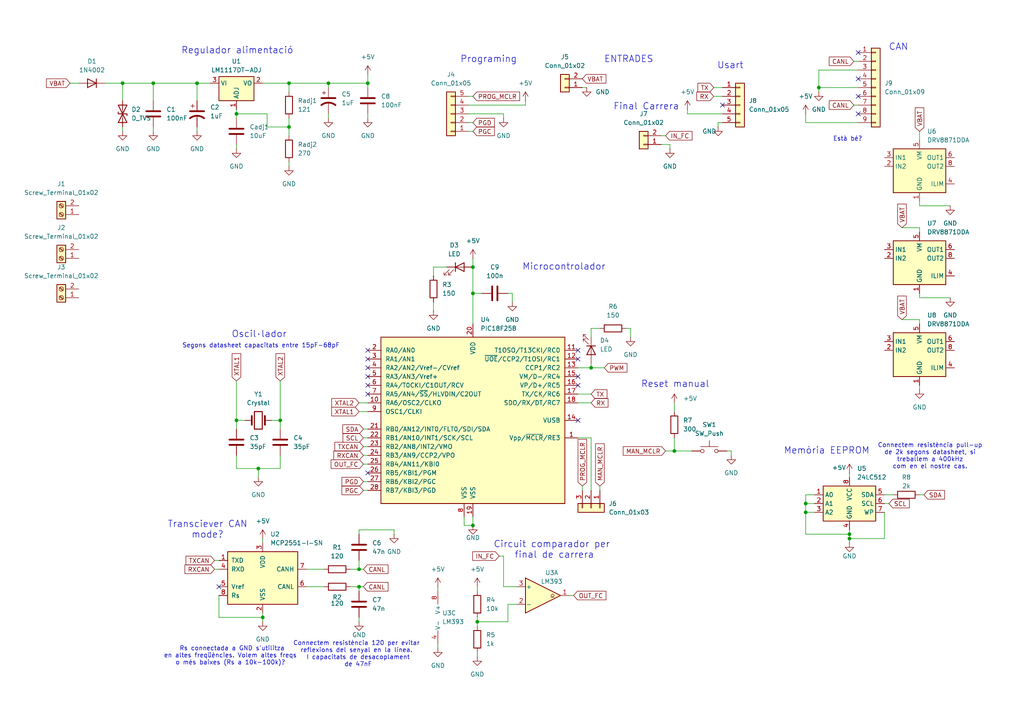
<source format=kicad_sch>
(kicad_sch (version 20231120) (generator "eeschema") (generator_version "8.0")
  (paper "A4")
  (lib_symbols
    (symbol "Comparator:LM393" (pin_names (offset 0.127))
      (property "Reference" "U" (at 3.81 3.81 0))
      (property "Value" "LM393" (at 6.35 -3.81 0))
      (symbol "LM393_1_1"
        (pin open_collector line (at 7.62 0 180) (length 2.54) (name "~") (number "1"))
        (pin input line (at -7.62 -2.54 0) (length 2.54) (name "-") (number "2"))
        (pin input line (at -7.62 2.54 0) (length 2.54) (name "+") (number "3"))
      )
      (symbol "LM393_2_1"
        (pin input line (at -7.62 2.54 0) (length 2.54) (name "+") (number "5"))
        (pin input line (at -7.62 -2.54 0) (length 2.54) (name "-") (number "6"))
        (pin open_collector line (at 7.62 0 180) (length 2.54) (name "~") (number "7"))
      )
      (symbol "LM393_3_1"
        (pin power_in line (at -2.54 -7.62 90) (length 3.81) (name "V-") (number "4"))
        (pin power_in line (at -2.54 7.62 270) (length 3.81) (name "V+") (number "8"))
      )
    )
    (symbol "Connector:Screw_Terminal_01x02" (pin_names (offset 1.016) hide)
      (property "Reference" "J" (at 0 2.54 0))
      (property "Value" "Screw_Terminal_01x02" (at 0 -5.08 0))
      (symbol "Screw_Terminal_01x02_1_1"
        (pin passive line (at -5.08 0 0) (length 3.81) (name "Pin_1") (number "1"))
        (pin passive line (at -5.08 -2.54 0) (length 3.81) (name "Pin_2") (number "2"))
      )
    )
    (symbol "Connector_Generic:Conn_01x02" (pin_names (offset 1.016) hide)
      (property "Reference" "J" (at 0 2.54 0))
      (property "Value" "Conn_01x02" (at 0 -5.08 0))
      (symbol "Conn_01x02_1_1"
        (pin passive line (at -5.08 0 0) (length 3.81) (name "Pin_1") (number "1"))
        (pin passive line (at -5.08 -2.54 0) (length 3.81) (name "Pin_2") (number "2"))
      )
    )
    (symbol "Connector_Generic:Conn_01x03" (pin_names (offset 1.016) hide)
      (property "Reference" "J" (at 0 5.08 0))
      (property "Value" "Conn_01x03" (at 0 -5.08 0))
      (symbol "Conn_01x03_1_1"
        (pin passive line (at -5.08 2.54 0) (length 3.81) (name "Pin_1") (number "1"))
        (pin passive line (at -5.08 0 0) (length 3.81) (name "Pin_2") (number "2"))
        (pin passive line (at -5.08 -2.54 0) (length 3.81) (name "Pin_3") (number "3"))
      )
    )
    (symbol "Connector_Generic:Conn_01x05" (pin_names (offset 1.016) hide)
      (property "Reference" "J" (at 0 7.62 0))
      (property "Value" "Conn_01x05" (at 0 -7.62 0))
      (symbol "Conn_01x05_1_1"
        (pin passive line (at -5.08 5.08 0) (length 3.81) (name "Pin_1") (number "1"))
        (pin passive line (at -5.08 2.54 0) (length 3.81) (name "Pin_2") (number "2"))
        (pin passive line (at -5.08 0 0) (length 3.81) (name "Pin_3") (number "3"))
        (pin passive line (at -5.08 -2.54 0) (length 3.81) (name "Pin_4") (number "4"))
        (pin passive line (at -5.08 -5.08 0) (length 3.81) (name "Pin_5") (number "5"))
      )
    )
    (symbol "Connector_Generic:Conn_01x09" (pin_names (offset 1.016) hide)
      (property "Reference" "J" (at 0 12.7 0))
      (property "Value" "Conn_01x09" (at 0 -12.7 0))
      (symbol "Conn_01x09_1_1"
        (pin passive line (at -5.08 10.16 0) (length 3.81) (name "Pin_1") (number "1"))
        (pin passive line (at -5.08 7.62 0) (length 3.81) (name "Pin_2") (number "2"))
        (pin passive line (at -5.08 5.08 0) (length 3.81) (name "Pin_3") (number "3"))
        (pin passive line (at -5.08 2.54 0) (length 3.81) (name "Pin_4") (number "4"))
        (pin passive line (at -5.08 0 0) (length 3.81) (name "Pin_5") (number "5"))
        (pin passive line (at -5.08 -2.54 0) (length 3.81) (name "Pin_6") (number "6"))
        (pin passive line (at -5.08 -5.08 0) (length 3.81) (name "Pin_7") (number "7"))
        (pin passive line (at -5.08 -7.62 0) (length 3.81) (name "Pin_8") (number "8"))
        (pin passive line (at -5.08 -10.16 0) (length 3.81) (name "Pin_9") (number "9"))
      )
    )
    (symbol "Device:C" (pin_numbers hide) (pin_names (offset 0.254))
      (property "Reference" "C" (at 0.635 2.54 0))
      (property "Value" "C" (at 0.635 -2.54 0))
      (symbol "C_1_1"
        (pin passive line (at 0 3.81 270) (length 2.794) (name "~") (number "1"))
        (pin passive line (at 0 -3.81 90) (length 2.794) (name "~") (number "2"))
      )
    )
    (symbol "Device:C_Polarized_US" (pin_numbers hide) (pin_names (offset 0.254) hide)
      (property "Reference" "C" (at 0.635 2.54 0))
      (property "Value" "C_Polarized_US" (at 0.635 -2.54 0))
      (symbol "C_Polarized_US_1_1"
        (pin passive line (at 0 3.81 270) (length 2.794) (name "~") (number "1"))
        (pin passive line (at 0 -3.81 90) (length 3.302) (name "~") (number "2"))
      )
    )
    (symbol "Device:Crystal" (pin_numbers hide) (pin_names (offset 1.016) hide)
      (property "Reference" "Y" (at 0 3.81 0))
      (property "Value" "Crystal" (at 0 -3.81 0))
      (symbol "Crystal_1_1"
        (pin passive line (at -3.81 0 0) (length 1.27) (name "1") (number "1"))
        (pin passive line (at 3.81 0 180) (length 1.27) (name "2") (number "2"))
      )
    )
    (symbol "Device:D_TVS" (pin_numbers hide) (pin_names (offset 1.016) hide)
      (property "Reference" "D" (at 0 2.54 0))
      (property "Value" "D_TVS" (at 0 -2.54 0))
      (symbol "D_TVS_1_1"
        (pin passive line (at -3.81 0 0) (length 2.54) (name "A1") (number "1"))
        (pin passive line (at 3.81 0 180) (length 2.54) (name "A2") (number "2"))
      )
    )
    (symbol "Device:LED" (pin_numbers hide) (pin_names (offset 1.016) hide)
      (property "Reference" "D" (at 0 2.54 0))
      (property "Value" "LED" (at 0 -2.54 0))
      (symbol "LED_1_1"
        (pin passive line (at -3.81 0 0) (length 2.54) (name "K") (number "1"))
        (pin passive line (at 3.81 0 180) (length 2.54) (name "A") (number "2"))
      )
    )
    (symbol "Device:R" (pin_numbers hide) (pin_names (offset 0))
      (property "Reference" "R" (at 2.032 0 90))
      (property "Value" "R" (at 0 0 90))
      (symbol "R_1_1"
        (pin passive line (at 0 3.81 270) (length 1.27) (name "~") (number "1"))
        (pin passive line (at 0 -3.81 90) (length 1.27) (name "~") (number "2"))
      )
    )
    (symbol "Diode:1N4002" (pin_numbers hide) (pin_names hide)
      (property "Reference" "D" (at 0 2.54 0))
      (property "Value" "1N4002" (at 0 -2.54 0))
      (symbol "1N4002_1_1"
        (pin passive line (at -3.81 0 0) (length 2.54) (name "K") (number "1"))
        (pin passive line (at 3.81 0 180) (length 2.54) (name "A") (number "2"))
      )
    )
    (symbol "Driver_Motor:DRV8871DDA"
      (property "Reference" "U" (at -6.35 6.35 0))
      (property "Value" "DRV8871DDA" (at 8.89 6.35 0))
      (symbol "DRV8871DDA_1_1"
        (pin power_in line (at 0 -10.16 90) (length 2.54) (name "GND") (number "1"))
        (pin input line (at -10.16 0 0) (length 2.54) (name "IN2") (number "2"))
        (pin input line (at -10.16 2.54 0) (length 2.54) (name "IN1") (number "3"))
        (pin passive line (at 10.16 -5.08 180) (length 2.54) (name "ILIM") (number "4"))
        (pin power_in line (at 0 7.62 270) (length 2.54) (name "VM") (number "5"))
        (pin output line (at 10.16 2.54 180) (length 2.54) (name "OUT1") (number "6"))
        (pin passive line (at 0 -10.16 90) (length 2.54) hide (name "GND") (number "7"))
        (pin output line (at 10.16 0 180) (length 2.54) (name "OUT2") (number "8"))
        (pin passive line (at 0 -10.16 90) (length 2.54) hide (name "GND") (number "9"))
      )
    )
    (symbol "Interface_CAN_LIN:MCP2551-I-SN" (pin_names (offset 1.016))
      (property "Reference" "U" (at -10.16 8.89 0))
      (property "Value" "MCP2551-I-SN" (at 2.54 8.89 0))
      (symbol "MCP2551-I-SN_1_1"
        (pin input line (at -12.7 5.08 0) (length 2.54) (name "TXD") (number "1"))
        (pin power_in line (at 0 -10.16 90) (length 2.54) (name "VSS") (number "2"))
        (pin power_in line (at 0 10.16 270) (length 2.54) (name "VDD") (number "3"))
        (pin output line (at -12.7 2.54 0) (length 2.54) (name "RXD") (number "4"))
        (pin power_out line (at -12.7 -2.54 0) (length 2.54) (name "Vref") (number "5"))
        (pin bidirectional line (at 12.7 -2.54 180) (length 2.54) (name "CANL") (number "6"))
        (pin bidirectional line (at 12.7 2.54 180) (length 2.54) (name "CANH") (number "7"))
        (pin input line (at -12.7 -5.08 0) (length 2.54) (name "Rs") (number "8"))
      )
    )
    (symbol "MCU_Microchip_PIC18:PIC18F2550-ISO" (pin_names (offset 1.27))
      (property "Reference" "U" (at -25.4 25.4 0))
      (property "Value" "PIC18F2550-ISO" (at 16.51 -25.4 0))
      (symbol "PIC18F2550-ISO_1_1"
        (pin input line (at 30.48 -5.08 180) (length 3.81) (name "Vpp/~{MCLR}/RE3") (number "1"))
        (pin output line (at -30.48 5.08 0) (length 3.81) (name "RA6/OSC2/CLKO") (number "10"))
        (pin bidirectional line (at 30.48 20.32 180) (length 3.81) (name "T1OSO/T13CKI/RC0") (number "11"))
        (pin bidirectional line (at 30.48 17.78 180) (length 3.81) (name "~{UOE}/CCP2/T1OSI/RC1") (number "12"))
        (pin bidirectional line (at 30.48 15.24 180) (length 3.81) (name "CCP1/RC2") (number "13"))
        (pin bidirectional line (at 30.48 0 180) (length 3.81) (name "VUSB") (number "14"))
        (pin bidirectional line (at 30.48 12.7 180) (length 3.81) (name "VM/D-/RC4") (number "15"))
        (pin bidirectional line (at 30.48 10.16 180) (length 3.81) (name "VP/D+/RC5") (number "16"))
        (pin bidirectional line (at 30.48 7.62 180) (length 3.81) (name "TX/CK/RC6") (number "17"))
        (pin bidirectional line (at 30.48 5.08 180) (length 3.81) (name "SDO/RX/DT/RC7") (number "18"))
        (pin power_in line (at 0 -27.94 90) (length 3.81) (name "VSS") (number "19"))
        (pin bidirectional line (at -30.48 20.32 0) (length 3.81) (name "RA0/AN0") (number "2"))
        (pin power_in line (at 0 27.94 270) (length 3.81) (name "VDD") (number "20"))
        (pin bidirectional line (at -30.48 -2.54 0) (length 3.81) (name "RB0/AN12/INT0/FLT0/SDI/SDA") (number "21"))
        (pin bidirectional line (at -30.48 -5.08 0) (length 3.81) (name "RB1/AN10/INT1/SCK/SCL") (number "22"))
        (pin bidirectional line (at -30.48 -7.62 0) (length 3.81) (name "RB2/AN8/INT2/VMO") (number "23"))
        (pin bidirectional line (at -30.48 -10.16 0) (length 3.81) (name "RB3/AN9/CCP2/VPO") (number "24"))
        (pin bidirectional line (at -30.48 -12.7 0) (length 3.81) (name "RB4/AN11/KBI0") (number "25"))
        (pin bidirectional line (at -30.48 -15.24 0) (length 3.81) (name "RB5/KBI1/PGM") (number "26"))
        (pin bidirectional line (at -30.48 -17.78 0) (length 3.81) (name "RB6/KBI2/PGC") (number "27"))
        (pin bidirectional line (at -30.48 -20.32 0) (length 3.81) (name "RB7/KBI3/PGD") (number "28"))
        (pin bidirectional line (at -30.48 17.78 0) (length 3.81) (name "RA1/AN1") (number "3"))
        (pin bidirectional line (at -30.48 15.24 0) (length 3.81) (name "RA2/AN2/Vref-/CVref") (number "4"))
        (pin bidirectional line (at -30.48 12.7 0) (length 3.81) (name "RA3/AN3/Vref+") (number "5"))
        (pin bidirectional line (at -30.48 10.16 0) (length 3.81) (name "RA4/T0CKI/C1OUT/RCV") (number "6"))
        (pin bidirectional line (at -30.48 7.62 0) (length 3.81) (name "RA5/AN4/~{SS}/HLVDIN/C2OUT") (number "7"))
        (pin power_in line (at -2.54 -27.94 90) (length 3.81) (name "VSS") (number "8"))
        (pin input line (at -30.48 2.54 0) (length 3.81) (name "OSC1/CLKI") (number "9"))
      )
    )
    (symbol "Memory_EEPROM:24LC512"
      (property "Reference" "U" (at -6.35 6.35 0))
      (property "Value" "24LC512" (at 1.27 6.35 0))
      (symbol "24LC512_1_1"
        (pin input line (at -10.16 2.54 0) (length 2.54) (name "A0") (number "1"))
        (pin input line (at -10.16 0 0) (length 2.54) (name "A1") (number "2"))
        (pin input line (at -10.16 -2.54 0) (length 2.54) (name "A2") (number "3"))
        (pin power_in line (at 0 -7.62 90) (length 2.54) (name "GND") (number "4"))
        (pin bidirectional line (at 10.16 2.54 180) (length 2.54) (name "SDA") (number "5"))
        (pin input line (at 10.16 0 180) (length 2.54) (name "SCL") (number "6"))
        (pin input line (at 10.16 -2.54 180) (length 2.54) (name "WP") (number "7"))
        (pin power_in line (at 0 7.62 270) (length 2.54) (name "VCC") (number "8"))
      )
    )
    (symbol "Regulator_Linear:LM1117DT-ADJ"
      (property "Reference" "U" (at -3.81 3.175 0))
      (property "Value" "LM1117DT-ADJ" (at 0 3.175 0))
      (symbol "LM1117DT-ADJ_1_1"
        (pin input line (at 0 -7.62 90) (length 2.54) (name "ADJ") (number "1"))
        (pin power_out line (at 7.62 0 180) (length 2.54) (name "VO") (number "2"))
        (pin power_in line (at -7.62 0 0) (length 2.54) (name "VI") (number "3"))
      )
    )
    (symbol "Switch:SW_Push" (pin_numbers hide) (pin_names (offset 1.016) hide)
      (property "Reference" "SW" (at 1.27 2.54 0))
      (property "Value" "SW_Push" (at 0 -1.524 0))
      (symbol "SW_Push_0_1"
        (pin passive line (at -5.08 0 0) (length 2.54) (name "1") (number "1"))
        (pin passive line (at 5.08 0 180) (length 2.54) (name "2") (number "2"))
      )
    )
    (symbol "power:+5V" (power) (pin_numbers hide) (pin_names (offset 0) hide)
      (property "Value" "+5V" (at 0 3.556 0))
      (symbol "+5V_1_1"
        (pin power_in line (at 0 0 90) (length 0) (name "~") (number "1"))
      )
    )
    (symbol "power:GND" (power) (pin_numbers hide) (pin_names (offset 0) hide)
      (property "Value" "GND" (at 0 -3.81 0))
      (symbol "GND_1_1"
        (pin power_in line (at 0 0 270) (length 0) (name "~") (number "1"))
      )
    )
  )
  (junction (at 237.49 25.4))
  (junction (at 106.68 24.13))
  (junction (at 83.82 36.83))
  (junction (at 57.15 24.13))
  (junction (at 246.38 154.94))
  (junction (at 137.16 152.4))
  (junction (at 104.14 165.1))
  (junction (at 95.25 24.13))
  (junction (at 195.58 130.81))
  (junction (at 137.16 77.47))
  (junction (at 76.2 179.07))
  (junction (at 35.56 24.13))
  (junction (at 74.93 135.89))
  (junction (at 246.38 156.21))
  (junction (at 137.16 85.09))
  (junction (at 104.14 170.18))
  (junction (at 68.58 33.02))
  (junction (at 138.43 180.34))
  (junction (at 233.68 148.59))
  (junction (at 171.45 106.68))
  (junction (at 68.58 121.92))
  (junction (at 44.45 24.13))
  (junction (at 233.68 146.05))
  (junction (at 83.82 24.13))
  (junction (at 81.28 121.92))
  (no_connect (at 106.68 114.3))
  (no_connect (at 106.68 106.68))
  (no_connect (at 248.92 33.02))
  (no_connect (at 167.64 101.6))
  (no_connect (at 248.92 22.86))
  (no_connect (at 106.68 101.6))
  (no_connect (at 209.55 30.48))
  (no_connect (at 167.64 121.92))
  (no_connect (at 63.5 170.18))
  (no_connect (at 106.68 111.76))
  (no_connect (at 248.92 15.24))
  (no_connect (at 167.64 111.76))
  (no_connect (at 106.68 137.16))
  (no_connect (at 106.68 109.22))
  (no_connect (at 167.64 109.22))
  (no_connect (at 167.64 104.14))
  (no_connect (at 248.92 27.94))
  (no_connect (at 106.68 104.14))
  (wire (pts (xy 68.58 110.49) (xy 68.58 121.92)))
  (wire (pts (xy 266.7 38.1) (xy 266.7 40.64)))
  (wire (pts (xy 62.23 165.1) (xy 63.5 165.1)))
  (wire (pts (xy 101.6 170.18) (xy 104.14 170.18)))
  (wire (pts (xy 76.2 180.34) (xy 76.2 179.07)))
  (wire (pts (xy 68.58 41.91) (xy 68.58 43.18)))
  (wire (pts (xy 129.54 77.47) (xy 125.73 77.47)))
  (wire (pts (xy 195.58 130.81) (xy 195.58 127)))
  (wire (pts (xy 101.6 165.1) (xy 104.14 165.1)))
  (wire (pts (xy 68.58 33.02) (xy 68.58 34.29)))
  (wire (pts (xy 63.5 179.07) (xy 76.2 179.07)))
  (wire (pts (xy 237.49 25.4) (xy 248.92 25.4)))
  (wire (pts (xy 195.58 130.81) (xy 200.66 130.81)))
  (wire (pts (xy 81.28 132.08) (xy 81.28 135.89)))
  (wire (pts (xy 208.28 35.56) (xy 209.55 35.56)))
  (wire (pts (xy 95.25 24.13) (xy 83.82 24.13)))
  (wire (pts (xy 134.62 152.4) (xy 137.16 152.4)))
  (wire (pts (xy 104.14 179.07) (xy 104.14 180.34)))
  (wire (pts (xy 68.58 135.89) (xy 68.58 132.08)))
  (wire (pts (xy 191.77 39.37) (xy 193.04 39.37)))
  (wire (pts (xy 173.99 140.97) (xy 173.99 142.24)))
  (wire (pts (xy 76.2 177.8) (xy 76.2 179.07)))
  (wire (pts (xy 83.82 36.83) (xy 77.47 36.83)))
  (wire (pts (xy 105.41 134.62) (xy 106.68 134.62)))
  (wire (pts (xy 137.16 74.93) (xy 137.16 77.47)))
  (wire (pts (xy 83.82 46.99) (xy 83.82 48.26)))
  (wire (pts (xy 57.15 24.13) (xy 57.15 29.21)))
  (wire (pts (xy 233.68 143.51) (xy 233.68 146.05)))
  (wire (pts (xy 247.65 30.48) (xy 248.92 30.48)))
  (wire (pts (xy 233.68 148.59) (xy 233.68 154.94)))
  (wire (pts (xy 81.28 135.89) (xy 74.93 135.89)))
  (wire (pts (xy 233.68 154.94) (xy 246.38 154.94)))
  (wire (pts (xy 106.68 33.02) (xy 106.68 34.29)))
  (wire (pts (xy 194.31 41.91) (xy 194.31 43.18)))
  (wire (pts (xy 168.91 140.97) (xy 168.91 142.24)))
  (wire (pts (xy 30.48 24.13) (xy 35.56 24.13)))
  (wire (pts (xy 266.7 59.69) (xy 275.59 59.69)))
  (wire (pts (xy 146.05 170.18) (xy 149.86 170.18)))
  (wire (pts (xy 74.93 135.89) (xy 74.93 138.43)))
  (wire (pts (xy 248.92 20.32) (xy 237.49 20.32)))
  (wire (pts (xy 137.16 77.47) (xy 137.16 85.09)))
  (wire (pts (xy 106.68 24.13) (xy 95.25 24.13)))
  (wire (pts (xy 171.45 95.25) (xy 173.99 95.25)))
  (wire (pts (xy 256.54 156.21) (xy 246.38 156.21)))
  (wire (pts (xy 104.14 119.38) (xy 106.68 119.38)))
  (wire (pts (xy 266.7 143.51) (xy 267.97 143.51)))
  (wire (pts (xy 256.54 146.05) (xy 257.81 146.05)))
  (wire (pts (xy 106.68 21.59) (xy 106.68 24.13)))
  (wire (pts (xy 256.54 143.51) (xy 259.08 143.51)))
  (wire (pts (xy 105.41 139.7) (xy 106.68 139.7)))
  (wire (pts (xy 237.49 26.67) (xy 237.49 25.4)))
  (wire (pts (xy 76.2 156.21) (xy 76.2 157.48)))
  (wire (pts (xy 95.25 25.4) (xy 95.25 24.13)))
  (wire (pts (xy 266.7 92.71) (xy 266.7 93.98)))
  (wire (pts (xy 246.38 137.16) (xy 246.38 138.43)))
  (wire (pts (xy 199.39 33.02) (xy 209.55 33.02)))
  (wire (pts (xy 167.64 106.68) (xy 171.45 106.68)))
  (wire (pts (xy 266.7 86.36) (xy 275.59 86.36)))
  (wire (pts (xy 134.62 149.86) (xy 134.62 152.4)))
  (wire (pts (xy 105.41 124.46) (xy 106.68 124.46)))
  (wire (pts (xy 261.62 66.04) (xy 266.7 66.04)))
  (wire (pts (xy 148.59 85.09) (xy 147.32 85.09)))
  (wire (pts (xy 236.22 143.51) (xy 233.68 143.51)))
  (wire (pts (xy 105.41 142.24) (xy 106.68 142.24)))
  (wire (pts (xy 104.14 170.18) (xy 105.41 170.18)))
  (wire (pts (xy 114.3 153.67) (xy 114.3 154.94)))
  (wire (pts (xy 95.25 33.02) (xy 95.25 34.29)))
  (wire (pts (xy 207.01 27.94) (xy 209.55 27.94)))
  (wire (pts (xy 266.7 85.09) (xy 266.7 86.36)))
  (wire (pts (xy 208.28 35.56) (xy 208.28 36.83)))
  (wire (pts (xy 148.59 87.63) (xy 148.59 85.09)))
  (wire (pts (xy 237.49 20.32) (xy 237.49 25.4)))
  (wire (pts (xy 88.9 170.18) (xy 93.98 170.18)))
  (wire (pts (xy 233.68 146.05) (xy 233.68 148.59)))
  (wire (pts (xy 248.92 35.56) (xy 233.68 35.56)))
  (wire (pts (xy 77.47 33.02) (xy 68.58 33.02)))
  (wire (pts (xy 246.38 153.67) (xy 246.38 154.94)))
  (wire (pts (xy 81.28 110.49) (xy 81.28 121.92)))
  (wire (pts (xy 104.14 162.56) (xy 104.14 165.1)))
  (wire (pts (xy 76.2 24.13) (xy 83.82 24.13)))
  (wire (pts (xy 125.73 77.47) (xy 125.73 80.01)))
  (wire (pts (xy 256.54 148.59) (xy 256.54 156.21)))
  (wire (pts (xy 138.43 179.07) (xy 138.43 180.34)))
  (wire (pts (xy 199.39 31.75) (xy 199.39 33.02)))
  (wire (pts (xy 83.82 36.83) (xy 83.82 39.37)))
  (wire (pts (xy 233.68 146.05) (xy 236.22 146.05)))
  (wire (pts (xy 149.86 175.26) (xy 147.32 175.26)))
  (wire (pts (xy 20.32 24.13) (xy 22.86 24.13)))
  (wire (pts (xy 68.58 121.92) (xy 68.58 124.46)))
  (wire (pts (xy 144.78 161.29) (xy 146.05 161.29)))
  (wire (pts (xy 104.14 170.18) (xy 104.14 171.45)))
  (wire (pts (xy 182.88 95.25) (xy 182.88 97.79)))
  (wire (pts (xy 57.15 36.83) (xy 57.15 38.1)))
  (wire (pts (xy 147.32 175.26) (xy 147.32 180.34)))
  (wire (pts (xy 181.61 95.25) (xy 182.88 95.25)))
  (wire (pts (xy 261.62 92.71) (xy 266.7 92.71)))
  (wire (pts (xy 233.68 148.59) (xy 236.22 148.59)))
  (wire (pts (xy 68.58 31.75) (xy 68.58 33.02)))
  (wire (pts (xy 167.64 116.84) (xy 171.45 116.84)))
  (wire (pts (xy 137.16 93.98) (xy 137.16 85.09)))
  (wire (pts (xy 35.56 36.83) (xy 35.56 38.1)))
  (wire (pts (xy 135.89 27.94) (xy 137.16 27.94)))
  (wire (pts (xy 88.9 165.1) (xy 93.98 165.1)))
  (wire (pts (xy 127 186.69) (xy 127 187.96)))
  (wire (pts (xy 138.43 180.34) (xy 138.43 181.61)))
  (wire (pts (xy 137.16 149.86) (xy 137.16 152.4)))
  (wire (pts (xy 135.89 35.56) (xy 137.16 35.56)))
  (wire (pts (xy 167.64 114.3) (xy 171.45 114.3)))
  (wire (pts (xy 247.65 17.78) (xy 248.92 17.78)))
  (wire (pts (xy 104.14 154.94) (xy 104.14 153.67)))
  (wire (pts (xy 35.56 24.13) (xy 44.45 24.13)))
  (wire (pts (xy 152.4 29.21) (xy 152.4 30.48)))
  (wire (pts (xy 212.09 130.81) (xy 212.09 132.08)))
  (wire (pts (xy 137.16 85.09) (xy 139.7 85.09)))
  (wire (pts (xy 44.45 36.83) (xy 44.45 38.1)))
  (wire (pts (xy 106.68 25.4) (xy 106.68 24.13)))
  (wire (pts (xy 266.7 58.42) (xy 266.7 59.69)))
  (wire (pts (xy 246.38 157.48) (xy 246.38 156.21)))
  (wire (pts (xy 83.82 26.67) (xy 83.82 24.13)))
  (wire (pts (xy 105.41 129.54) (xy 106.68 129.54)))
  (wire (pts (xy 152.4 30.48) (xy 135.89 30.48)))
  (wire (pts (xy 138.43 170.18) (xy 138.43 171.45)))
  (wire (pts (xy 165.1 172.72) (xy 166.37 172.72)))
  (wire (pts (xy 147.32 180.34) (xy 138.43 180.34)))
  (wire (pts (xy 171.45 105.41) (xy 171.45 106.68)))
  (wire (pts (xy 146.05 161.29) (xy 146.05 170.18)))
  (wire (pts (xy 246.38 156.21) (xy 246.38 154.94)))
  (wire (pts (xy 195.58 116.84) (xy 195.58 119.38)))
  (wire (pts (xy 83.82 34.29) (xy 83.82 36.83)))
  (wire (pts (xy 171.45 106.68) (xy 175.26 106.68)))
  (wire (pts (xy 171.45 127) (xy 167.64 127)))
  (wire (pts (xy 207.01 25.4) (xy 209.55 25.4)))
  (wire (pts (xy 171.45 97.79) (xy 171.45 95.25)))
  (wire (pts (xy 146.05 34.29) (xy 146.05 33.02)))
  (wire (pts (xy 266.7 111.76) (xy 266.7 113.03)))
  (wire (pts (xy 57.15 24.13) (xy 60.96 24.13)))
  (wire (pts (xy 105.41 132.08) (xy 106.68 132.08)))
  (wire (pts (xy 44.45 24.13) (xy 57.15 24.13)))
  (wire (pts (xy 210.82 130.81) (xy 212.09 130.81)))
  (wire (pts (xy 193.04 130.81) (xy 195.58 130.81)))
  (wire (pts (xy 104.14 165.1) (xy 105.41 165.1)))
  (wire (pts (xy 191.77 41.91) (xy 194.31 41.91)))
  (wire (pts (xy 68.58 121.92) (xy 71.12 121.92)))
  (wire (pts (xy 63.5 172.72) (xy 63.5 179.07)))
  (wire (pts (xy 62.23 162.56) (xy 63.5 162.56)))
  (wire (pts (xy 104.14 116.84) (xy 106.68 116.84)))
  (wire (pts (xy 81.28 121.92) (xy 78.74 121.92)))
  (wire (pts (xy 138.43 189.23) (xy 138.43 190.5)))
  (wire (pts (xy 105.41 127) (xy 106.68 127)))
  (wire (pts (xy 74.93 135.89) (xy 68.58 135.89)))
  (wire (pts (xy 35.56 24.13) (xy 35.56 29.21)))
  (wire (pts (xy 135.89 38.1) (xy 137.16 38.1)))
  (wire (pts (xy 127 170.18) (xy 127 171.45)))
  (wire (pts (xy 266.7 66.04) (xy 266.7 67.31)))
  (wire (pts (xy 168.91 25.4) (xy 170.18 25.4)))
  (wire (pts (xy 171.45 142.24) (xy 171.45 127)))
  (wire (pts (xy 135.89 33.02) (xy 146.05 33.02)))
  (wire (pts (xy 77.47 36.83) (xy 77.47 33.02)))
  (wire (pts (xy 233.68 35.56) (xy 233.68 33.02)))
  (wire (pts (xy 44.45 24.13) (xy 44.45 29.21)))
  (wire (pts (xy 81.28 121.92) (xy 81.28 124.46)))
  (wire (pts (xy 125.73 87.63) (xy 125.73 90.17)))
  (wire (pts (xy 104.14 153.67) (xy 114.3 153.67)))
  (text "Segons datasheet capacitats entre 15pF-68pF" (at 75.692 100.33 0) (effects (font (size 1.27 1.27))))
  (text "Transciever CAN\nmode?\n" (at 60.198 153.67 0) (effects (font (size 1.905 1.905))))
  (text "Connectem resistència pull-up\nde 2k segons datasheet, si\ntreballem a 400kHz\ncom en el nostre cas." (at 269.748 132.334 0) (effects (font (size 1.27 1.27))))
  (text "Programing" (at 141.732 17.272 0) (effects (font (size 1.905 1.905))))
  (text "CAN" (at 260.604 13.716 0) (effects (font (size 1.905 1.905))))
  (text "Rs connectada a GND s'utilitza\nen altes freqüències. Volem altes freqs \no més baixes (Rs a 10k-100k)? " (at 67.31 190.246 0) (effects (font (size 1.27 1.27))))
  (text "Regulador alimentació\n" (at 68.834 14.732 0) (effects (font (size 1.905 1.905))))
  (text "Circuit comparador per \nfinal de carrera" (at 160.782 159.512 0) (effects (font (size 1.905 1.905))))
  (text "Memòria EEPROM\n" (at 239.776 130.81 0) (effects (font (size 1.905 1.905))))
  (text "Reset manual\n" (at 195.834 111.506 0) (effects (font (size 1.905 1.905))))
  (text "Oscil·lador" (at 75.184 97.028 0) (effects (font (size 1.905 1.905))))
  (text "ENTRADES" (at 182.372 17.272 0) (effects (font (size 1.905 1.905))))
  (text "Està bé?" (at 245.872 40.386 0) (effects (font (size 1.27 1.27))))
  (text "Connectem resistència 120 per evitar \nreflexions del senyal en la línea. \nI capacitats de desacoplament\nde 47nF" (at 103.886 189.738 0) (effects (font (size 1.27 1.27))))
  (text "Final Carrera" (at 187.452 30.988 0) (effects (font (size 1.905 1.905))))
  (text "Microcontrolador" (at 163.576 77.47 0) (effects (font (size 1.905 1.905))))
  (text "Usart" (at 211.836 19.05 0) (effects (font (size 1.905 1.905))))
  (global_label "RXCAN" (shape input) (at 105.41 132.08 180) (property "Intersheetrefs" "${INTERSHEET_REFS}" (effects (hide yes))))
  (global_label "SDA" (shape input) (at 267.97 143.51 0) (property "Intersheetrefs" "${INTERSHEET_REFS}" (effects (hide yes))))
  (global_label "VBAT" (shape input) (at 266.7 38.1 90) (property "Intersheetrefs" "${INTERSHEET_REFS}" (effects (hide yes))))
  (global_label "PWM" (shape input) (at 175.26 106.68 0) (property "Intersheetrefs" "${INTERSHEET_REFS}" (effects (hide yes))))
  (global_label "TX" (shape input) (at 207.01 25.4 180) (property "Intersheetrefs" "${INTERSHEET_REFS}" (effects (hide yes))))
  (global_label "XTAL2" (shape input) (at 81.28 110.49 90) (property "Intersheetrefs" "${INTERSHEET_REFS}" (effects (hide yes))))
  (global_label "TXCAN" (shape input) (at 62.23 162.56 180) (property "Intersheetrefs" "${INTERSHEET_REFS}" (effects (hide yes))))
  (global_label "VBAT" (shape input) (at 261.62 66.04 90) (property "Intersheetrefs" "${INTERSHEET_REFS}" (effects (hide yes))))
  (global_label "XTAL1" (shape input) (at 68.58 110.49 90) (property "Intersheetrefs" "${INTERSHEET_REFS}" (effects (hide yes))))
  (global_label "VBAT" (shape input) (at 20.32 24.13 180) (property "Intersheetrefs" "${INTERSHEET_REFS}" (effects (hide yes))))
  (global_label "OUT_FC" (shape input) (at 105.41 134.62 180) (property "Intersheetrefs" "${INTERSHEET_REFS}" (effects (hide yes))))
  (global_label "PGD" (shape input) (at 137.16 35.56 0) (property "Intersheetrefs" "${INTERSHEET_REFS}" (effects (hide yes))))
  (global_label "CANL" (shape input) (at 105.41 165.1 0) (property "Intersheetrefs" "${INTERSHEET_REFS}" (effects (hide yes))))
  (global_label "TX" (shape input) (at 171.45 114.3 0) (property "Intersheetrefs" "${INTERSHEET_REFS}" (effects (hide yes))))
  (global_label "RXCAN" (shape input) (at 62.23 165.1 180) (property "Intersheetrefs" "${INTERSHEET_REFS}" (effects (hide yes))))
  (global_label "SDA" (shape input) (at 105.41 124.46 180) (property "Intersheetrefs" "${INTERSHEET_REFS}" (effects (hide yes))))
  (global_label "MAN_MCLR" (shape input) (at 193.04 130.81 180) (property "Intersheetrefs" "${INTERSHEET_REFS}" (effects (hide yes))))
  (global_label "VBAT" (shape input) (at 261.62 92.71 90) (property "Intersheetrefs" "${INTERSHEET_REFS}" (effects (hide yes))))
  (global_label "SCL" (shape input) (at 105.41 127 180) (property "Intersheetrefs" "${INTERSHEET_REFS}" (effects (hide yes))))
  (global_label "PGD" (shape input) (at 105.41 139.7 180) (property "Intersheetrefs" "${INTERSHEET_REFS}" (effects (hide yes))))
  (global_label "MAN_MCLR" (shape input) (at 173.99 140.97 90) (property "Intersheetrefs" "${INTERSHEET_REFS}" (effects (hide yes))))
  (global_label "IN_FC" (shape input) (at 144.78 161.29 180) (property "Intersheetrefs" "${INTERSHEET_REFS}" (effects (hide yes))))
  (global_label "PGC" (shape input) (at 137.16 38.1 0) (property "Intersheetrefs" "${INTERSHEET_REFS}" (effects (hide yes))))
  (global_label "CANL" (shape input) (at 247.65 30.48 180) (property "Intersheetrefs" "${INTERSHEET_REFS}" (effects (hide yes))))
  (global_label "PGC" (shape input) (at 105.41 142.24 180) (property "Intersheetrefs" "${INTERSHEET_REFS}" (effects (hide yes))))
  (global_label "CANL" (shape input) (at 105.41 170.18 0) (property "Intersheetrefs" "${INTERSHEET_REFS}" (effects (hide yes))))
  (global_label "SCL" (shape input) (at 257.81 146.05 0) (property "Intersheetrefs" "${INTERSHEET_REFS}" (effects (hide yes))))
  (global_label "RX" (shape input) (at 207.01 27.94 180) (property "Intersheetrefs" "${INTERSHEET_REFS}" (effects (hide yes))))
  (global_label "VBAT" (shape input) (at 168.91 22.86 0) (property "Intersheetrefs" "${INTERSHEET_REFS}" (effects (hide yes))))
  (global_label "TXCAN" (shape input) (at 105.41 129.54 180) (property "Intersheetrefs" "${INTERSHEET_REFS}" (effects (hide yes))))
  (global_label "XTAL2" (shape input) (at 104.14 116.84 180) (property "Intersheetrefs" "${INTERSHEET_REFS}" (effects (hide yes))))
  (global_label "PROG_MCLR" (shape input) (at 137.16 27.94 0) (property "Intersheetrefs" "${INTERSHEET_REFS}" (effects (hide yes))))
  (global_label "RX" (shape input) (at 171.45 116.84 0) (property "Intersheetrefs" "${INTERSHEET_REFS}" (effects (hide yes))))
  (global_label "CANL" (shape input) (at 247.65 17.78 180) (property "Intersheetrefs" "${INTERSHEET_REFS}" (effects (hide yes))))
  (global_label "IN_FC" (shape input) (at 193.04 39.37 0) (property "Intersheetrefs" "${INTERSHEET_REFS}" (effects (hide yes))))
  (global_label "PROG_MCLR" (shape input) (at 168.91 140.97 90) (property "Intersheetrefs" "${INTERSHEET_REFS}" (effects (hide yes))))
  (global_label "OUT_FC" (shape input) (at 166.37 172.72 0) (property "Intersheetrefs" "${INTERSHEET_REFS}" (effects (hide yes))))
  (global_label "XTAL1" (shape input) (at 104.14 119.38 180) (property "Intersheetrefs" "${INTERSHEET_REFS}" (effects (hide yes))))
  (symbol (lib_id "Device:C_Polarized_US") (at 95.25 29.21 0) (unit 1)
    (property "Reference" "C5" (at 99.06 27.3049 0) (effects (justify left)))
    (property "Value" "1uF" (at 99.06 29.8449 0) (effects (justify left)))
    (property "Footprint" "Capacitor_THT:C_Radial_D5.0mm_H5.0mm_P2.00mm" (effects (hide yes)))
    (property "Description" "Polarized capacitor, US symbol" (effects (hide yes)))
  )
  (symbol (lib_id "Switch:SW_Push") (at 205.74 130.81 0) (unit 1)
    (property "Reference" "SW1" (at 205.74 123.19 0))
    (property "Value" "SW_Push" (at 205.74 125.73 0))
    (property "Footprint" "Mis_huellas:SW_2-1437565-7" (effects (hide yes)))
    (property "Description" "Push button switch, generic, two pins" (effects (hide yes)))
  )
  (symbol (lib_id "Connector_Generic:Conn_01x03") (at 171.45 147.32 270) (unit 1)
    (property "Reference" "J6" (at 176.53 146.0499 90) (effects (justify left)))
    (property "Value" "Conn_01x03" (at 176.53 148.5899 90) (effects (justify left)))
    (property "Footprint" "Connector_PinHeader_2.54mm:PinHeader_1x03_P2.54mm_Vertical" (effects (hide yes)))
    (property "Description" "Generic connector, single row, 01x03, script generated (kicad-library-utils/schlib/autogen/connector/)" (effects (hide yes)))
  )
  (symbol (lib_id "Device:R") (at 177.8 95.25 90) (unit 1)
    (property "Reference" "R6" (at 177.8 88.9 90))
    (property "Value" "150" (at 177.8 91.44 90))
    (property "Footprint" "Resistor_SMD:R_0805_2012Metric" (effects (hide yes)))
    (property "Description" "Resistor" (effects (hide yes)))
  )
  (symbol (lib_id "power:+5V") (at 106.68 21.59 0) (unit 1)
    (property "Reference" "#PWR011" (effects (hide yes)))
    (property "Value" "+5V" (at 106.68 16.51 0))
    (property "Description" "Power symbol creates a global label with name \"+5V\"" (effects (hide yes)))
  )
  (symbol (lib_id "power:GND") (at 35.56 38.1 0) (unit 1)
    (property "Reference" "#PWR01" (effects (hide yes)))
    (property "Value" "GND" (at 35.56 43.18 0))
    (property "Description" "Power symbol creates a global label with name \"GND\" , ground" (effects (hide yes)))
  )
  (symbol (lib_id "Device:C_Polarized_US") (at 57.15 33.02 0) (unit 1)
    (property "Reference" "C2" (at 60.96 31.1149 0) (effects (justify left)))
    (property "Value" "1uF" (at 60.96 33.6549 0) (effects (justify left)))
    (property "Footprint" "Capacitor_THT:C_Radial_D5.0mm_H5.0mm_P2.00mm" (effects (hide yes)))
    (property "Description" "Polarized capacitor, US symbol" (effects (hide yes)))
  )
  (symbol (lib_id "power:+5V") (at 76.2 156.21 0) (unit 1)
    (property "Reference" "#PWR06" (effects (hide yes)))
    (property "Value" "+5V" (at 76.2 151.13 0))
    (property "Description" "Power symbol creates a global label with name \"+5V\"" (effects (hide yes)))
  )
  (symbol (lib_id "power:GND") (at 146.05 34.29 0) (unit 1)
    (property "Reference" "#PWR021" (effects (hide yes)))
    (property "Value" "GND" (at 146.05 39.37 0))
    (property "Description" "Power symbol creates a global label with name \"GND\" , ground" (effects (hide yes)))
  )
  (symbol (lib_id "power:GND") (at 95.25 34.29 0) (unit 1)
    (property "Reference" "#PWR09" (effects (hide yes)))
    (property "Value" "GND" (at 95.25 39.37 0))
    (property "Description" "Power symbol creates a global label with name \"GND\" , ground" (effects (hide yes)))
  )
  (symbol (lib_id "power:GND") (at 208.28 36.83 0) (unit 1)
    (property "Reference" "#PWR029" (effects (hide yes)))
    (property "Value" "GND" (at 205.74 38.1 0))
    (property "Description" "Power symbol creates a global label with name \"GND\" , ground" (effects (hide yes)))
  )
  (symbol (lib_id "power:GND") (at 266.7 113.03 0) (unit 1)
    (property "Reference" "#PWR035" (effects (hide yes)))
    (property "Value" "GND" (at 266.7 118.11 0))
    (property "Description" "Power symbol creates a global label with name \"GND\" , ground" (effects (hide yes)))
  )
  (symbol (lib_id "power:+5V") (at 199.39 31.75 0) (unit 1)
    (property "Reference" "#PWR028" (effects (hide yes)))
    (property "Value" "+5V" (at 199.39 26.67 0))
    (property "Description" "Power symbol creates a global label with name \"+5V\"" (effects (hide yes)))
  )
  (symbol (lib_id "power:+5V") (at 138.43 170.18 0) (unit 1)
    (property "Reference" "#PWR019" (effects (hide yes)))
    (property "Value" "+5V" (at 138.43 165.1 0))
    (property "Description" "Power symbol creates a global label with name \"+5V\"" (effects (hide yes)))
  )
  (symbol (lib_id "power:GND") (at 74.93 138.43 0) (unit 1)
    (property "Reference" "#PWR05" (effects (hide yes)))
    (property "Value" "GND" (at 74.93 143.51 0))
    (property "Description" "Power symbol creates a global label with name \"GND\" , ground" (effects (hide yes)))
  )
  (symbol (lib_id "power:GND") (at 194.31 43.18 0) (unit 1)
    (property "Reference" "#PWR026" (effects (hide yes)))
    (property "Value" "GND" (at 194.31 48.26 0))
    (property "Description" "Power symbol creates a global label with name \"GND\" , ground" (effects (hide yes)))
  )
  (symbol (lib_id "Device:R") (at 97.79 170.18 270) (unit 1)
    (property "Reference" "R2" (at 97.79 173.228 90))
    (property "Value" "120" (at 97.79 175.006 90))
    (property "Footprint" "Resistor_SMD:R_1206_3216Metric" (effects (hide yes)))
    (property "Description" "Resistor" (effects (hide yes)))
  )
  (symbol (lib_id "Connector_Generic:Conn_01x09") (at 254 25.4 0) (unit 1)
    (property "Reference" "J9" (at 256.54 24.1299 0) (effects (justify left)))
    (property "Value" "Conn_01x09" (at 256.54 26.6699 0) (effects (justify left)))
    (property "Description" "Generic connector, single row, 01x09, script generated (kicad-library-utils/schlib/autogen/connector/)" (effects (hide yes)))
  )
  (symbol (lib_id "power:GND") (at 138.43 190.5 0) (unit 1)
    (property "Reference" "#PWR020" (effects (hide yes)))
    (property "Value" "GND" (at 138.43 195.58 0))
    (property "Description" "Power symbol creates a global label with name \"GND\" , ground" (effects (hide yes)))
  )
  (symbol (lib_id "Device:R") (at 83.82 43.18 0) (unit 1)
    (property "Reference" "Radj2" (at 86.36 41.9099 0) (effects (justify left)))
    (property "Value" "270" (at 86.36 44.4499 0) (effects (justify left)))
    (property "Footprint" "Resistor_SMD:R_0815_2038Metric" (effects (hide yes)))
    (property "Description" "Resistor" (effects (hide yes)))
  )
  (symbol (lib_id "Comparator:LM393") (at 129.54 179.07 0) (unit 3)
    (property "Reference" "U3" (at 128.27 177.7999 0) (effects (justify left)))
    (property "Value" "LM393" (at 128.27 180.3399 0) (effects (justify left)))
    (property "Datasheet" "http://www.ti.com/lit/ds/symlink/lm393.pdf" (effects (hide yes)))
    (property "Description" "Low-Power, Low-Offset Voltage, Dual Comparators, DIP-8/SOIC-8/TO-99-8" (effects (hide yes)))
  )
  (symbol (lib_id "power:GND") (at 182.88 97.79 0) (unit 1)
    (property "Reference" "#PWR025" (effects (hide yes)))
    (property "Value" "GND" (at 182.88 102.87 0))
    (property "Description" "Power symbol creates a global label with name \"GND\" , ground" (effects (hide yes)))
  )
  (symbol (lib_id "Connector_Generic:Conn_01x02") (at 186.69 41.91 180) (unit 1)
    (property "Reference" "J7" (at 186.69 33.02 0))
    (property "Value" "Conn_01x02" (at 186.69 35.56 0))
    (property "Footprint" "Connector_PinHeader_2.54mm:PinHeader_1x02_P2.54mm_Vertical" (effects (hide yes)))
    (property "Description" "Generic connector, single row, 01x02, script generated (kicad-library-utils/schlib/autogen/connector/)" (effects (hide yes)))
  )
  (symbol (lib_id "Memory_EEPROM:24LC512") (at 246.38 146.05 0) (unit 1)
    (property "Reference" "U5" (at 248.5741 135.89 0) (effects (justify left)))
    (property "Value" "24LC512" (at 248.5741 138.43 0) (effects (justify left)))
    (property "Datasheet" "http://ww1.microchip.com/downloads/en/DeviceDoc/21754M.pdf" (effects (hide yes)))
    (property "Description" "I2C Serial EEPROM, 512Kb, DIP-8/SOIC-8/TSSOP-8/DFN-8" (effects (hide yes)))
  )
  (symbol (lib_id "power:GND") (at 68.58 43.18 0) (unit 1)
    (property "Reference" "#PWR04" (effects (hide yes)))
    (property "Value" "GND" (at 68.58 48.26 0))
    (property "Description" "Power symbol creates a global label with name \"GND\" , ground" (effects (hide yes)))
  )
  (symbol (lib_id "power:GND") (at 127 187.96 0) (unit 1)
    (property "Reference" "#PWR016" (effects (hide yes)))
    (property "Value" "GND" (at 127 193.04 0))
    (property "Description" "Power symbol creates a global label with name \"GND\" , ground" (effects (hide yes)))
  )
  (symbol (lib_id "Connector_Generic:Conn_01x02") (at 163.83 25.4 180) (unit 1)
    (property "Reference" "J5" (at 163.83 16.51 0))
    (property "Value" "Conn_01x02" (at 163.83 19.05 0))
    (property "Footprint" "Connector_PinHeader_2.54mm:PinHeader_1x02_P2.54mm_Vertical" (effects (hide yes)))
    (property "Description" "Generic connector, single row, 01x02, script generated (kicad-library-utils/schlib/autogen/connector/)" (effects (hide yes)))
  )
  (symbol (lib_id "Device:LED") (at 171.45 101.6 270) (unit 1)
    (property "Reference" "D4" (at 173.99 98.7424 90) (effects (justify left)))
    (property "Value" "LED" (at 173.99 101.2824 90) (effects (justify left)))
    (property "Footprint" "LED_SMD:LED_0805_2012Metric" (effects (hide yes)))
    (property "Description" "Light emitting diode" (effects (hide yes)))
  )
  (symbol (lib_id "Device:Crystal") (at 74.93 121.92 0) (unit 1)
    (property "Reference" "Y1" (at 74.93 114.3 0))
    (property "Value" "Crystal" (at 74.93 116.84 0))
    (property "Footprint" "Crystal:Crystal_HC49-U_Vertical" (effects (hide yes)))
    (property "Description" "Two pin crystal" (effects (hide yes)))
  )
  (symbol (lib_id "power:+5V") (at 233.68 33.02 0) (unit 1)
    (property "Reference" "#PWR031" (effects (hide yes)))
    (property "Value" "+5V" (at 233.68 27.94 0))
    (property "Description" "Power symbol creates a global label with name \"+5V\"" (effects (hide yes)))
  )
  (symbol (lib_id "Connector_Generic:Conn_01x05") (at 130.81 33.02 180) (unit 1)
    (property "Reference" "J4" (at 130.81 21.59 0))
    (property "Value" "Conn_01x05" (at 130.81 24.13 0))
    (property "Footprint" "Connector_PinHeader_2.54mm:PinHeader_1x05_P2.54mm_Vertical" (effects (hide yes)))
    (property "Description" "Generic connector, single row, 01x05, script generated (kicad-library-utils/schlib/autogen/connector/)" (effects (hide yes)))
  )
  (symbol (lib_id "power:GND") (at 104.14 180.34 0) (unit 1)
    (property "Reference" "#PWR010" (effects (hide yes)))
    (property "Value" "GND" (at 104.14 184.15 0))
    (property "Description" "Power symbol creates a global label with name \"GND\" , ground" (effects (hide yes)))
  )
  (symbol (lib_id "power:GND") (at 57.15 38.1 0) (unit 1)
    (property "Reference" "#PWR03" (effects (hide yes)))
    (property "Value" "GND" (at 57.15 43.18 0))
    (property "Description" "Power symbol creates a global label with name \"GND\" , ground" (effects (hide yes)))
  )
  (symbol (lib_id "Driver_Motor:DRV8871DDA") (at 266.7 101.6 0) (unit 1)
    (property "Reference" "U8" (at 268.8941 91.44 0) (effects (justify left)))
    (property "Value" "DRV8871DDA" (at 268.8941 93.98 0) (effects (justify left)))
    (property "Footprint" "Package_SO:Texas_HTSOP-8-1EP_3.9x4.9mm_P1.27mm_EP2.95x4.9mm_Mask2.4x3.1mm_ThermalVias" (effects (hide yes)))
    (property "Datasheet" "http://www.ti.com/lit/ds/symlink/drv8871.pdf" (effects (hide yes)))
    (property "Description" "Brushed DC Motor Driver, PWM Control, 45V, 3.6A, Current limiting, HTSOP-8" (effects (hide yes)))
  )
  (symbol (lib_id "Device:R") (at 138.43 175.26 0) (unit 1)
    (property "Reference" "R4" (at 140.97 173.9899 0) (effects (justify left)))
    (property "Value" "10k" (at 140.97 176.5299 0) (effects (justify left)))
    (property "Footprint" "Resistor_SMD:R_1206_3216Metric" (effects (hide yes)))
    (property "Description" "Resistor" (effects (hide yes)))
  )
  (symbol (lib_id "Device:C") (at 104.14 158.75 0) (unit 1)
    (property "Reference" "C6" (at 107.95 157.4799 0) (effects (justify left)))
    (property "Value" "47n" (at 107.95 160.0199 0) (effects (justify left)))
    (property "Footprint" "Capacitor_SMD:C_0805_2012Metric" (effects (hide yes)))
    (property "Description" "Unpolarized capacitor" (effects (hide yes)))
  )
  (symbol (lib_id "Connector_Generic:Conn_01x05") (at 214.63 30.48 0) (unit 1)
    (property "Reference" "J8" (at 217.17 29.2099 0) (effects (justify left)))
    (property "Value" "Conn_01x05" (at 217.17 31.7499 0) (effects (justify left)))
    (property "Footprint" "Connector_PinHeader_2.54mm:PinHeader_1x05_P2.54mm_Vertical" (effects (hide yes)))
    (property "Description" "Generic connector, single row, 01x05, script generated (kicad-library-utils/schlib/autogen/connector/)" (effects (hide yes)))
  )
  (symbol (lib_id "Device:R") (at 97.79 165.1 90) (unit 1)
    (property "Reference" "R1" (at 97.79 158.75 90))
    (property "Value" "120" (at 97.79 161.29 90))
    (property "Footprint" "Resistor_SMD:R_1206_3216Metric" (effects (hide yes)))
    (property "Description" "Resistor" (effects (hide yes)))
  )
  (symbol (lib_id "Device:LED") (at 133.35 77.47 0) (unit 1)
    (property "Reference" "D3" (at 131.7625 71.12 0))
    (property "Value" "LED" (at 131.7625 73.66 0))
    (property "Footprint" "LED_SMD:LED_0805_2012Metric" (effects (hide yes)))
    (property "Description" "Light emitting diode" (effects (hide yes)))
  )
  (symbol (lib_id "Connector:Screw_Terminal_01x02") (at 17.78 86.36 180) (unit 1)
    (property "Reference" "J3" (at 17.78 77.47 0))
    (property "Value" "Screw_Terminal_01x02" (at 17.78 80.01 0))
    (property "Description" "Generic screw terminal, single row, 01x02, script generated (kicad-library-utils/schlib/autogen/connector/)" (effects (hide yes)))
  )
  (symbol (lib_id "power:+5V") (at 152.4 29.21 0) (unit 1)
    (property "Reference" "#PWR023" (effects (hide yes)))
    (property "Value" "+5V" (at 152.4 24.13 0))
    (property "Description" "Power symbol creates a global label with name \"+5V\"" (effects (hide yes)))
  )
  (symbol (lib_id "Device:R") (at 195.58 123.19 0) (unit 1)
    (property "Reference" "R7" (at 198.12 121.9199 0) (effects (justify left)))
    (property "Value" "300" (at 198.12 124.4599 0) (effects (justify left)))
    (property "Footprint" "Resistor_SMD:R_1206_3216Metric" (effects (hide yes)))
    (property "Description" "Resistor" (effects (hide yes)))
  )
  (symbol (lib_id "Device:C") (at 68.58 128.27 0) (unit 1)
    (property "Reference" "C3" (at 72.39 126.9999 0) (effects (justify left)))
    (property "Value" "35pF" (at 72.39 129.5399 0) (effects (justify left)))
    (property "Footprint" "Capacitor_SMD:C_0805_2012Metric" (effects (hide yes)))
    (property "Description" "Unpolarized capacitor" (effects (hide yes)))
  )
  (symbol (lib_id "Device:R") (at 262.89 143.51 90) (unit 1)
    (property "Reference" "R8" (at 262.89 138.43 90))
    (property "Value" "2k" (at 262.89 140.97 90))
    (property "Footprint" "Resistor_SMD:R_1206_3216Metric" (effects (hide yes)))
    (property "Description" "Resistor" (effects (hide yes)))
  )
  (symbol (lib_id "power:GND") (at 246.38 157.48 0) (unit 1)
    (property "Reference" "#PWR034" (effects (hide yes)))
    (property "Value" "GND" (at 246.38 161.29 0))
    (property "Description" "Power symbol creates a global label with name \"GND\" , ground" (effects (hide yes)))
  )
  (symbol (lib_id "power:GND") (at 137.16 152.4 0) (unit 1)
    (property "Reference" "#PWR018" (effects (hide yes)))
    (property "Value" "GND" (at 137.16 155.956 0))
    (property "Description" "Power symbol creates a global label with name \"GND\" , ground" (effects (hide yes)))
  )
  (symbol (lib_id "power:GND") (at 83.82 48.26 0) (unit 1)
    (property "Reference" "#PWR08" (effects (hide yes)))
    (property "Value" "GND" (at 83.82 53.34 0))
    (property "Description" "Power symbol creates a global label with name \"GND\" , ground" (effects (hide yes)))
  )
  (symbol (lib_id "power:GND") (at 44.45 38.1 0) (unit 1)
    (property "Reference" "#PWR02" (effects (hide yes)))
    (property "Value" "GND" (at 44.45 43.18 0))
    (property "Description" "Power symbol creates a global label with name \"GND\" , ground" (effects (hide yes)))
  )
  (symbol (lib_id "Device:D_TVS") (at 35.56 33.02 90) (unit 1)
    (property "Reference" "D2" (at 38.1 31.7499 90) (effects (justify right)))
    (property "Value" "D_TVS" (at 38.1 34.2899 90) (effects (justify right)))
    (property "Footprint" "Diode_THT:D_DO-41_SOD81_P7.62mm_Horizontal" (effects (hide yes)))
    (property "Description" "Bidirectional transient-voltage-suppression diode" (effects (hide yes)))
  )
  (symbol (lib_id "Device:C") (at 68.58 38.1 0) (unit 1)
    (property "Reference" "Cadj1" (at 72.39 36.8299 0) (effects (justify left)))
    (property "Value" "10uF" (at 72.39 39.3699 0) (effects (justify left)))
    (property "Footprint" "Capacitor_SMD:C_0805_2012Metric" (effects (hide yes)))
    (property "Description" "Unpolarized capacitor" (effects (hide yes)))
  )
  (symbol (lib_id "Device:C") (at 44.45 33.02 0) (unit 1)
    (property "Reference" "C1" (at 48.26 31.7499 0) (effects (justify left)))
    (property "Value" "100nF" (at 48.26 34.2899 0) (effects (justify left)))
    (property "Footprint" "Capacitor_SMD:C_0805_2012Metric" (effects (hide yes)))
    (property "Description" "Unpolarized capacitor" (effects (hide yes)))
  )
  (symbol (lib_id "Device:C") (at 104.14 175.26 180) (unit 1)
    (property "Reference" "C7" (at 107.95 173.9899 0) (effects (justify right)))
    (property "Value" "47n" (at 107.95 176.5299 0) (effects (justify right)))
    (property "Footprint" "Capacitor_SMD:C_0805_2012Metric" (effects (hide yes)))
    (property "Description" "Unpolarized capacitor" (effects (hide yes)))
  )
  (symbol (lib_id "power:GND") (at 170.18 25.4 0) (unit 1)
    (property "Reference" "#PWR024" (effects (hide yes)))
    (property "Value" "GND" (at 172.72 26.6699 0) (effects (justify left)))
    (property "Description" "Power symbol creates a global label with name \"GND\" , ground" (effects (hide yes)))
  )
  (symbol (lib_id "Device:C") (at 106.68 29.21 0) (unit 1)
    (property "Reference" "C8" (at 110.49 27.9399 0) (effects (justify left)))
    (property "Value" "100nF" (at 110.49 30.4799 0) (effects (justify left)))
    (property "Footprint" "Capacitor_SMD:C_0805_2012Metric" (effects (hide yes)))
    (property "Description" "Unpolarized capacitor" (effects (hide yes)))
  )
  (symbol (lib_id "power:+5V") (at 246.38 137.16 0) (unit 1)
    (property "Reference" "#PWR033" (effects (hide yes)))
    (property "Value" "+5V" (at 241.3 135.636 0) (effects (justify left)))
    (property "Description" "Power symbol creates a global label with name \"+5V\"" (effects (hide yes)))
  )
  (symbol (lib_id "Device:R") (at 83.82 30.48 0) (unit 1)
    (property "Reference" "Radj1" (at 86.36 29.2099 0) (effects (justify left)))
    (property "Value" "121" (at 86.36 31.7499 0) (effects (justify left)))
    (property "Footprint" "Resistor_SMD:R_0815_2038Metric" (effects (hide yes)))
    (property "Description" "Resistor" (effects (hide yes)))
  )
  (symbol (lib_id "MCU_Microchip_PIC18:PIC18F2550-ISO") (at 137.16 121.92 0) (unit 1)
    (property "Reference" "U4" (at 139.3541 92.71 0) (effects (justify left)))
    (property "Value" "PIC18F258" (at 139.3541 95.25 0) (effects (justify left)))
    (property "Footprint" "Package_SO:SOIC-28W_7.5x17.9mm_P1.27mm" (effects (hide yes)))
    (property "Datasheet" "http://ww1.microchip.com/downloads/en/devicedoc/39632c.pdf" (effects (hide yes)))
    (property "Description" "32K Flash, 2K SRAM, 256 EEPROM, USB, nanoWatt XLP, SOIC28" (effects (hide yes)))
  )
  (symbol (lib_id "power:GND") (at 106.68 34.29 0) (unit 1)
    (property "Reference" "#PWR012" (effects (hide yes)))
    (property "Value" "GND" (at 106.68 39.37 0))
    (property "Description" "Power symbol creates a global label with name \"GND\" , ground" (effects (hide yes)))
  )
  (symbol (lib_id "Device:C") (at 81.28 128.27 0) (unit 1)
    (property "Reference" "C4" (at 85.09 126.9999 0) (effects (justify left)))
    (property "Value" "35pF" (at 85.09 129.5399 0) (effects (justify left)))
    (property "Footprint" "Capacitor_SMD:C_0805_2012Metric" (effects (hide yes)))
    (property "Description" "Unpolarized capacitor" (effects (hide yes)))
  )
  (symbol (lib_id "power:GND") (at 125.73 90.17 0) (unit 1)
    (property "Reference" "#PWR014" (effects (hide yes)))
    (property "Value" "GND" (at 125.73 95.25 0))
    (property "Description" "Power symbol creates a global label with name \"GND\" , ground" (effects (hide yes)))
  )
  (symbol (lib_id "power:GND") (at 275.59 86.36 0) (unit 1)
    (property "Reference" "#PWR037" (effects (hide yes)))
    (property "Value" "GND" (at 275.59 91.44 0))
    (property "Description" "Power symbol creates a global label with name \"GND\" , ground" (effects (hide yes)))
  )
  (symbol (lib_id "power:GND") (at 114.3 154.94 0) (unit 1)
    (property "Reference" "#PWR013" (effects (hide yes)))
    (property "Value" "GND" (at 114.3 160.02 0))
    (property "Description" "Power symbol creates a global label with name \"GND\" , ground" (effects (hide yes)))
  )
  (symbol (lib_id "power:+5V") (at 127 170.18 0) (unit 1)
    (property "Reference" "#PWR015" (effects (hide yes)))
    (property "Value" "+5V" (at 127 165.1 0))
    (property "Description" "Power symbol creates a global label with name \"+5V\"" (effects (hide yes)))
  )
  (symbol (lib_id "power:GND") (at 237.49 26.67 0) (unit 1)
    (property "Reference" "#PWR032" (effects (hide yes)))
    (property "Value" "GND" (at 237.49 31.75 0))
    (property "Description" "Power symbol creates a global label with name \"GND\" , ground" (effects (hide yes)))
  )
  (symbol (lib_id "Connector:Screw_Terminal_01x02") (at 17.78 74.93 180) (unit 1)
    (property "Reference" "J2" (at 17.78 66.04 0))
    (property "Value" "Screw_Terminal_01x02" (at 17.78 68.58 0))
    (property "Description" "Generic screw terminal, single row, 01x02, script generated (kicad-library-utils/schlib/autogen/connector/)" (effects (hide yes)))
  )
  (symbol (lib_id "power:+5V") (at 195.58 116.84 0) (unit 1)
    (property "Reference" "#PWR027" (effects (hide yes)))
    (property "Value" "+5V" (at 198.12 115.5699 0) (effects (justify left)))
    (property "Description" "Power symbol creates a global label with name \"+5V\"" (effects (hide yes)))
  )
  (symbol (lib_id "Device:C") (at 143.51 85.09 90) (unit 1)
    (property "Reference" "C9" (at 143.51 77.47 90))
    (property "Value" "100n" (at 143.51 80.01 90))
    (property "Footprint" "Capacitor_SMD:C_0805_2012Metric" (effects (hide yes)))
    (property "Description" "Unpolarized capacitor" (effects (hide yes)))
  )
  (symbol (lib_id "power:GND") (at 76.2 180.34 0) (unit 1)
    (property "Reference" "#PWR07" (effects (hide yes)))
    (property "Value" "GND" (at 76.2 185.42 0))
    (property "Description" "Power symbol creates a global label with name \"GND\" , ground" (effects (hide yes)))
  )
  (symbol (lib_id "power:+5V") (at 137.16 74.93 0) (unit 1)
    (property "Reference" "#PWR017" (effects (hide yes)))
    (property "Value" "+5V" (at 137.16 69.85 0))
    (property "Description" "Power symbol creates a global label with name \"+5V\"" (effects (hide yes)))
  )
  (symbol (lib_id "power:GND") (at 275.59 59.69 0) (unit 1)
    (property "Reference" "#PWR036" (effects (hide yes)))
    (property "Value" "GND" (at 275.59 64.77 0))
    (property "Description" "Power symbol creates a global label with name \"GND\" , ground" (effects (hide yes)))
  )
  (symbol (lib_id "Diode:1N4002") (at 26.67 24.13 180) (unit 1)
    (property "Reference" "D1" (at 26.67 17.78 0))
    (property "Value" "1N4002" (at 26.67 20.32 0))
    (property "Footprint" "Diode_THT:D_DO-41_SOD81_P10.16mm_Horizontal" (effects (hide yes)))
    (property "Datasheet" "http://www.vishay.com/docs/88503/1n4001.pdf" (effects (hide yes)))
    (property "Description" "100V 1A General Purpose Rectifier Diode, DO-41" (effects (hide yes)))
    (property "Sim.Device" "D" (effects (hide yes)))
    (property "Sim.Pins" "1=K 2=A" (effects (hide yes)))
  )
  (symbol (lib_id "power:GND") (at 148.59 87.63 0) (unit 1)
    (property "Reference" "#PWR022" (effects (hide yes)))
    (property "Value" "GND" (at 148.59 92.71 0))
    (property "Description" "Power symbol creates a global label with name \"GND\" , ground" (effects (hide yes)))
  )
  (symbol (lib_id "Interface_CAN_LIN:MCP2551-I-SN") (at 76.2 167.64 0) (unit 1)
    (property "Reference" "U2" (at 78.3941 154.94 0) (effects (justify left)))
    (property "Value" "MCP2551-I-SN" (at 78.3941 157.48 0) (effects (justify left)))
    (property "Footprint" "Package_SO:SOIC-8_3.9x4.9mm_P1.27mm" (effects (hide yes)))
    (property "Datasheet" "http://ww1.microchip.com/downloads/en/devicedoc/21667d.pdf" (effects (hide yes)))
    (property "Description" "High-Speed CAN Transceiver, 1Mbps, 5V supply, SOIC-8" (effects (hide yes)))
  )
  (symbol (lib_id "Driver_Motor:DRV8871DDA") (at 266.7 74.93 0) (unit 1)
    (property "Reference" "U7" (at 268.8941 64.77 0) (effects (justify left)))
    (property "Value" "DRV8871DDA" (at 268.8941 67.31 0) (effects (justify left)))
    (property "Footprint" "Package_SO:Texas_HTSOP-8-1EP_3.9x4.9mm_P1.27mm_EP2.95x4.9mm_Mask2.4x3.1mm_ThermalVias" (effects (hide yes)))
    (property "Datasheet" "http://www.ti.com/lit/ds/symlink/drv8871.pdf" (effects (hide yes)))
    (property "Description" "Brushed DC Motor Driver, PWM Control, 45V, 3.6A, Current limiting, HTSOP-8" (effects (hide yes)))
  )
  (symbol (lib_id "power:GND") (at 212.09 132.08 0) (unit 1)
    (property "Reference" "#PWR030" (effects (hide yes)))
    (property "Value" "GND" (at 212.09 137.16 0))
    (property "Description" "Power symbol creates a global label with name \"GND\" , ground" (effects (hide yes)))
  )
  (symbol (lib_id "Device:R") (at 138.43 185.42 0) (unit 1)
    (property "Reference" "R5" (at 140.97 184.1499 0) (effects (justify left)))
    (property "Value" "1k" (at 140.97 186.6899 0) (effects (justify left)))
    (property "Footprint" "Resistor_SMD:R_1206_3216Metric" (effects (hide yes)))
    (property "Description" "Resistor" (effects (hide yes)))
  )
  (symbol (lib_id "Regulator_Linear:LM1117DT-ADJ") (at 68.58 24.13 0) (unit 1)
    (property "Reference" "U1" (at 68.58 17.78 0))
    (property "Value" "LM1117DT-ADJ" (at 68.58 20.32 0))
    (property "Footprint" "Mis_huellas:HuellaDis" (effects (hide yes)))
    (property "Datasheet" "http://www.ti.com/lit/ds/symlink/lm1117.pdf" (effects (hide yes)))
    (property "Description" "800mA Low-Dropout Linear Regulator, adjustable output, TO-252" (effects (hide yes)))
  )
  (symbol (lib_id "Device:R") (at 125.73 83.82 180) (unit 1)
    (property "Reference" "R3" (at 128.27 82.5499 0) (effects (justify right)))
    (property "Value" "150" (at 128.27 85.0899 0) (effects (justify right)))
    (property "Footprint" "Resistor_SMD:R_0805_2012Metric" (effects (hide yes)))
    (property "Description" "Resistor" (effects (hide yes)))
  )
  (symbol (lib_id "Comparator:LM393") (at 157.48 172.72 0) (unit 1)
    (property "Reference" "U3" (at 160.02 166.116 0))
    (property "Value" "LM393" (at 160.02 168.656 0))
    (property "Datasheet" "http://www.ti.com/lit/ds/symlink/lm393.pdf" (effects (hide yes)))
    (property "Description" "Low-Power, Low-Offset Voltage, Dual Comparators, DIP-8/SOIC-8/TO-99-8" (effects (hide yes)))
  )
  (symbol (lib_id "Connector:Screw_Terminal_01x02") (at 17.78 62.23 180) (unit 1)
    (property "Reference" "J1" (at 17.78 53.34 0))
    (property "Value" "Screw_Terminal_01x02" (at 17.78 55.88 0))
    (property "Description" "Generic screw terminal, single row, 01x02, script generated (kicad-library-utils/schlib/autogen/connector/)" (effects (hide yes)))
  )
  (symbol (lib_id "Driver_Motor:DRV8871DDA") (at 266.7 48.26 0) (unit 1)
    (property "Reference" "U6" (at 268.8941 38.1 0) (effects (justify left)))
    (property "Value" "DRV8871DDA" (at 268.8941 40.64 0) (effects (justify left)))
    (property "Footprint" "Package_SO:Texas_HTSOP-8-1EP_3.9x4.9mm_P1.27mm_EP2.95x4.9mm_Mask2.4x3.1mm_ThermalVias" (effects (hide yes)))
    (property "Datasheet" "http://www.ti.com/lit/ds/symlink/drv8871.pdf" (effects (hide yes)))
    (property "Description" "Brushed DC Motor Driver, PWM Control, 45V, 3.6A, Current limiting, HTSOP-8" (effects (hide yes)))
  )
)
</source>
